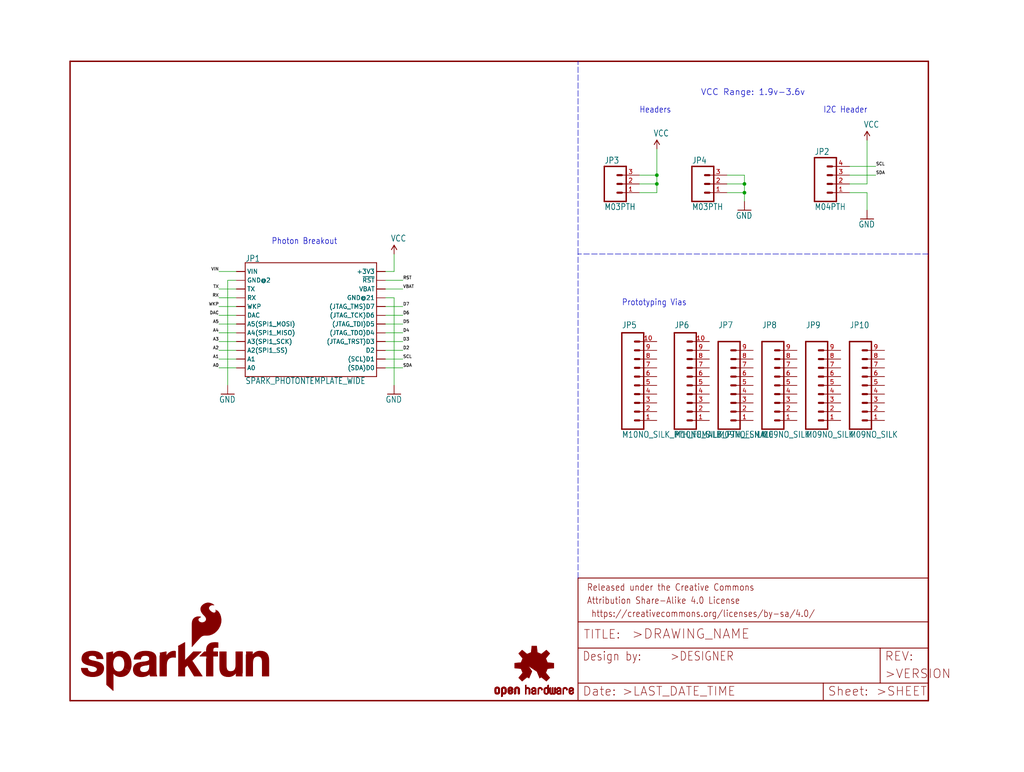
<source format=kicad_sch>
(kicad_sch (version 20211123) (generator eeschema)
  (paper "User" 297.002 223.926)
  (lib_symbols
    (symbol "eagleSchem-eagle-import:FRAME-LETTER"
      (symbol "FRAME-LETTER_2_0"
        (text " https://creativecommons.org/licenses/by-sa/4.0/" (at 2.54 24.13 0) (effects (font (size 1.9304 1.6408)) (justify left bottom)))
        (text ">DESIGNER" (at 26.67 11.43 0) (effects (font (size 2.54 2.159)) (justify left bottom)))
        (text ">DRAWING_NAME" (at 15.494 17.78 0) (effects (font (size 2.7432 2.7432)) (justify left bottom)))
        (text ">LAST_DATE_TIME" (at 12.7 1.27 0) (effects (font (size 2.54 2.54)) (justify left bottom)))
        (text ">SHEET" (at 86.36 1.27 0) (effects (font (size 2.54 2.54)) (justify left bottom)))
        (text ">VERSION" (at 88.9 6.35 0) (effects (font (size 2.54 2.54)) (justify left bottom)))
        (text "Attribution Share-Alike 4.0 License" (at 2.54 27.94 0) (effects (font (size 1.9304 1.6408)) (justify left bottom)))
        (text "Date:" (at 1.27 1.27 0) (effects (font (size 2.54 2.54)) (justify left bottom)))
        (text "Design by:" (at 1.27 11.43 0) (effects (font (size 2.54 2.159)) (justify left bottom)))
        (text "Released under the Creative Commons" (at 2.54 31.75 0) (effects (font (size 1.9304 1.6408)) (justify left bottom)))
        (text "REV:" (at 88.9 11.43 0) (effects (font (size 2.54 2.54)) (justify left bottom)))
        (text "Sheet:" (at 72.39 1.27 0) (effects (font (size 2.54 2.54)) (justify left bottom)))
        (text "TITLE:" (at 1.524 17.78 0) (effects (font (size 2.54 2.54)) (justify left bottom)))
      )
    )
    (symbol "eagleSchem-eagle-import:GND" (power)
      (property "Value" "GND" (at -2.54 -2.54 0))
      (symbol "GND_1_0"
        (pin power_in line (at 0 2.54 270) (length 2.54) (name "GND") (number "1"))
      )
    )
    (symbol "eagleSchem-eagle-import:M03PTH"
      (property "Reference" "JP" (at -2.54 5.842 0))
      (property "Value" "M03PTH" (at -2.54 -7.62 0))
      (symbol "M03PTH_1_0"
        (pin passive line (at 7.62 -2.54 180) (length 5.08) (name "1") (number "1"))
        (pin passive line (at 7.62 0 180) (length 5.08) (name "2") (number "2"))
        (pin passive line (at 7.62 2.54 180) (length 5.08) (name "3") (number "3"))
      )
    )
    (symbol "eagleSchem-eagle-import:M04PTH"
      (property "Reference" "JP" (at -5.08 8.382 0))
      (property "Value" "M04PTH" (at -5.08 -7.62 0))
      (symbol "M04PTH_1_0"
        (pin passive line (at 5.08 -2.54 180) (length 5.08) (name "1") (number "1"))
        (pin passive line (at 5.08 0 180) (length 5.08) (name "2") (number "2"))
        (pin passive line (at 5.08 2.54 180) (length 5.08) (name "3") (number "3"))
        (pin passive line (at 5.08 5.08 180) (length 5.08) (name "4") (number "4"))
      )
    )
    (symbol "eagleSchem-eagle-import:M09NO_SILK"
      (property "Reference" "JP" (at 0 16.51 0))
      (property "Value" "M09NO_SILK" (at 0 -15.24 0))
      (symbol "M09NO_SILK_1_0"
        (pin passive line (at 10.16 -10.16 180) (length 5.08) (name "1") (number "1"))
        (pin passive line (at 10.16 -7.62 180) (length 5.08) (name "2") (number "2"))
        (pin passive line (at 10.16 -5.08 180) (length 5.08) (name "3") (number "3"))
        (pin passive line (at 10.16 -2.54 180) (length 5.08) (name "4") (number "4"))
        (pin passive line (at 10.16 0 180) (length 5.08) (name "5") (number "5"))
        (pin passive line (at 10.16 2.54 180) (length 5.08) (name "6") (number "6"))
        (pin passive line (at 10.16 5.08 180) (length 5.08) (name "7") (number "7"))
        (pin passive line (at 10.16 7.62 180) (length 5.08) (name "8") (number "8"))
        (pin passive line (at 10.16 10.16 180) (length 5.08) (name "9") (number "9"))
      )
    )
    (symbol "eagleSchem-eagle-import:M10NO_SILK_PTH_FEMALE"
      (property "Reference" "JP" (at 0 8.89 0))
      (property "Value" "M10NO_SILK_PTH_FEMALE" (at 0 -22.86 0))
      (symbol "M10NO_SILK_PTH_FEMALE_1_0"
        (pin passive line (at 10.16 -17.78 180) (length 5.08) (name "1") (number "1"))
        (pin passive line (at 10.16 5.08 180) (length 5.08) (name "10") (number "10"))
        (pin passive line (at 10.16 -15.24 180) (length 5.08) (name "2") (number "2"))
        (pin passive line (at 10.16 -12.7 180) (length 5.08) (name "3") (number "3"))
        (pin passive line (at 10.16 -10.16 180) (length 5.08) (name "4") (number "4"))
        (pin passive line (at 10.16 -7.62 180) (length 5.08) (name "5") (number "5"))
        (pin passive line (at 10.16 -5.08 180) (length 5.08) (name "6") (number "6"))
        (pin passive line (at 10.16 -2.54 180) (length 5.08) (name "7") (number "7"))
        (pin passive line (at 10.16 0 180) (length 5.08) (name "8") (number "8"))
        (pin passive line (at 10.16 2.54 180) (length 5.08) (name "9") (number "9"))
      )
    )
    (symbol "eagleSchem-eagle-import:OSHW-LOGOS")
    (symbol "eagleSchem-eagle-import:SFE_LOGO_NAME_FLAME.1_INCH")
    (symbol "eagleSchem-eagle-import:SPARK_PHOTONTEMPLATE_WIDE"
      (property "Reference" "JP" (at -20.32 18.034 0))
      (property "Value" "SPARK_PHOTONTEMPLATE_WIDE" (at -20.32 -15.494 0))
      (symbol "SPARK_PHOTONTEMPLATE_WIDE_1_0"
        (pin bidirectional line (at -22.86 15.24 0) (length 2.54) (name "VIN") (number "1"))
        (pin bidirectional line (at -22.86 -7.62 0) (length 2.54) (name "A2(SPI1_SS)") (number "10"))
        (pin bidirectional line (at -22.86 -10.16 0) (length 2.54) (name "A1") (number "11"))
        (pin bidirectional line (at -22.86 -12.7 0) (length 2.54) (name "A0") (number "12"))
        (pin bidirectional line (at 20.32 -12.7 180) (length 2.54) (name "(SDA)D0") (number "13"))
        (pin bidirectional line (at 20.32 -10.16 180) (length 2.54) (name "(SCL)D1") (number "14"))
        (pin bidirectional line (at 20.32 -7.62 180) (length 2.54) (name "D2") (number "15"))
        (pin bidirectional line (at 20.32 -5.08 180) (length 2.54) (name "(JTAG_TRST)D3") (number "16"))
        (pin bidirectional line (at 20.32 -2.54 180) (length 2.54) (name "(JTAG_TDO)D4") (number "17"))
        (pin bidirectional line (at 20.32 0 180) (length 2.54) (name "(JTAG_TDI)D5") (number "18"))
        (pin bidirectional line (at 20.32 2.54 180) (length 2.54) (name "(JTAG_TCK)D6") (number "19"))
        (pin bidirectional line (at -22.86 12.7 0) (length 2.54) (name "GND@2") (number "2"))
        (pin bidirectional line (at 20.32 5.08 180) (length 2.54) (name "(JTAG_TMS)D7") (number "20"))
        (pin bidirectional line (at 20.32 7.62 180) (length 2.54) (name "GND@21") (number "21"))
        (pin bidirectional line (at 20.32 10.16 180) (length 2.54) (name "VBAT") (number "22"))
        (pin bidirectional line (at 20.32 12.7 180) (length 2.54) (name "~{RST}") (number "23"))
        (pin bidirectional line (at 20.32 15.24 180) (length 2.54) (name "+3V3") (number "24"))
        (pin bidirectional line (at -22.86 10.16 0) (length 2.54) (name "TX") (number "3"))
        (pin bidirectional line (at 20.32 15.24 180) (length 2.54) (name "+3V3") (number "3V3"))
        (pin bidirectional line (at -22.86 7.62 0) (length 2.54) (name "RX") (number "4"))
        (pin bidirectional line (at -22.86 5.08 0) (length 2.54) (name "WKP") (number "5"))
        (pin bidirectional line (at -22.86 2.54 0) (length 2.54) (name "DAC") (number "6"))
        (pin bidirectional line (at -22.86 0 0) (length 2.54) (name "A5(SPI1_MOSI)") (number "7"))
        (pin bidirectional line (at -22.86 -2.54 0) (length 2.54) (name "A4(SPI1_MISO)") (number "8"))
        (pin bidirectional line (at -22.86 -5.08 0) (length 2.54) (name "A3(SPI1_SCK)") (number "9"))
        (pin bidirectional line (at -22.86 -12.7 0) (length 2.54) (name "A0") (number "A0"))
        (pin bidirectional line (at -22.86 -10.16 0) (length 2.54) (name "A1") (number "A1"))
        (pin bidirectional line (at -22.86 -7.62 0) (length 2.54) (name "A2(SPI1_SS)") (number "A2"))
        (pin bidirectional line (at -22.86 -5.08 0) (length 2.54) (name "A3(SPI1_SCK)") (number "A3"))
        (pin bidirectional line (at -22.86 -2.54 0) (length 2.54) (name "A4(SPI1_MISO)") (number "A4"))
        (pin bidirectional line (at -22.86 0 0) (length 2.54) (name "A5(SPI1_MOSI)") (number "A5"))
        (pin bidirectional line (at 20.32 -12.7 180) (length 2.54) (name "(SDA)D0") (number "D0"))
        (pin bidirectional line (at 20.32 -10.16 180) (length 2.54) (name "(SCL)D1") (number "D1"))
        (pin bidirectional line (at 20.32 -7.62 180) (length 2.54) (name "D2") (number "D2"))
        (pin bidirectional line (at 20.32 -5.08 180) (length 2.54) (name "(JTAG_TRST)D3") (number "D3"))
        (pin bidirectional line (at 20.32 -2.54 180) (length 2.54) (name "(JTAG_TDO)D4") (number "D4"))
        (pin bidirectional line (at 20.32 0 180) (length 2.54) (name "(JTAG_TDI)D5") (number "D5"))
        (pin bidirectional line (at 20.32 2.54 180) (length 2.54) (name "(JTAG_TCK)D6") (number "D6"))
        (pin bidirectional line (at 20.32 5.08 180) (length 2.54) (name "(JTAG_TMS)D7") (number "D7"))
        (pin bidirectional line (at -22.86 2.54 0) (length 2.54) (name "DAC") (number "DAC"))
        (pin bidirectional line (at -22.86 12.7 0) (length 2.54) (name "GND@2") (number "GND@0"))
        (pin bidirectional line (at 20.32 7.62 180) (length 2.54) (name "GND@21") (number "GND@2"))
        (pin bidirectional line (at 20.32 12.7 180) (length 2.54) (name "~{RST}") (number "RST"))
        (pin bidirectional line (at -22.86 7.62 0) (length 2.54) (name "RX") (number "RX"))
        (pin bidirectional line (at -22.86 10.16 0) (length 2.54) (name "TX") (number "TX"))
        (pin bidirectional line (at 20.32 10.16 180) (length 2.54) (name "VBAT") (number "VBAT"))
        (pin bidirectional line (at -22.86 15.24 0) (length 2.54) (name "VIN") (number "VIN"))
        (pin bidirectional line (at -22.86 5.08 0) (length 2.54) (name "WKP") (number "WKP"))
      )
    )
    (symbol "eagleSchem-eagle-import:VCC" (power)
      (property "Value" "VCC" (at -1.016 3.556 0))
      (symbol "VCC_1_0"
        (pin power_in line (at 0 0 90) (length 2.54) (name "VCC") (number "1"))
      )
    )
  )
  (junction (at 190.5 53.34))
  (junction (at 215.9 53.34))
  (junction (at 215.9 55.88))
  (junction (at 190.5 50.8))
  (wire (pts (xy 68.58 81.28) (xy 66.04 81.28)))
  (wire (pts (xy 111.76 104.14) (xy 116.84 104.14)))
  (wire (pts (xy 190.5 53.34) (xy 190.5 55.88)))
  (wire (pts (xy 111.76 91.44) (xy 116.84 91.44)))
  (wire (pts (xy 190.5 50.8) (xy 190.5 53.34)))
  (wire (pts (xy 185.42 50.8) (xy 190.5 50.8)))
  (wire (pts (xy 68.58 104.14) (xy 63.5 104.14)))
  (wire (pts (xy 111.76 81.28) (xy 116.84 81.28)))
  (wire (pts (xy 66.04 81.28) (xy 66.04 111.76)))
  (wire (pts (xy 111.76 101.6) (xy 116.84 101.6)))
  (wire (pts (xy 114.3 78.74) (xy 114.3 73.66)))
  (wire (pts (xy 68.58 83.82) (xy 63.5 83.82)))
  (wire (pts (xy 68.58 96.52) (xy 63.5 96.52)))
  (wire (pts (xy 215.9 53.34) (xy 215.9 50.8)))
  (wire (pts (xy 251.46 55.88) (xy 251.46 60.96)))
  (wire (pts (xy 68.58 99.06) (xy 63.5 99.06)))
  (wire (pts (xy 111.76 83.82) (xy 116.84 83.82)))
  (wire (pts (xy 111.76 86.36) (xy 114.3 86.36)))
  (wire (pts (xy 215.9 55.88) (xy 215.9 53.34)))
  (wire (pts (xy 190.5 43.18) (xy 190.5 50.8)))
  (wire (pts (xy 246.38 53.34) (xy 251.46 53.34)))
  (wire (pts (xy 246.38 55.88) (xy 251.46 55.88)))
  (wire (pts (xy 68.58 93.98) (xy 63.5 93.98)))
  (wire (pts (xy 68.58 78.74) (xy 63.5 78.74)))
  (wire (pts (xy 68.58 88.9) (xy 63.5 88.9)))
  (wire (pts (xy 68.58 101.6) (xy 63.5 101.6)))
  (wire (pts (xy 68.58 86.36) (xy 63.5 86.36)))
  (wire (pts (xy 111.76 88.9) (xy 116.84 88.9)))
  (wire (pts (xy 111.76 96.52) (xy 116.84 96.52)))
  (polyline (pts (xy 269.24 73.66) (xy 167.64 73.66)))
  (wire (pts (xy 210.82 50.8) (xy 215.9 50.8)))
  (polyline (pts (xy 167.64 73.66) (xy 167.64 17.78)))
  (wire (pts (xy 111.76 93.98) (xy 116.84 93.98)))
  (wire (pts (xy 185.42 53.34) (xy 190.5 53.34)))
  (wire (pts (xy 246.38 48.26) (xy 254 48.26)))
  (wire (pts (xy 190.5 55.88) (xy 185.42 55.88)))
  (polyline (pts (xy 167.64 167.64) (xy 167.64 73.66)))
  (wire (pts (xy 111.76 78.74) (xy 114.3 78.74)))
  (wire (pts (xy 111.76 99.06) (xy 116.84 99.06)))
  (wire (pts (xy 111.76 106.68) (xy 116.84 106.68)))
  (wire (pts (xy 246.38 50.8) (xy 254 50.8)))
  (wire (pts (xy 251.46 53.34) (xy 251.46 40.64)))
  (wire (pts (xy 210.82 53.34) (xy 215.9 53.34)))
  (wire (pts (xy 68.58 91.44) (xy 63.5 91.44)))
  (wire (pts (xy 210.82 55.88) (xy 215.9 55.88)))
  (wire (pts (xy 215.9 55.88) (xy 215.9 58.42)))
  (wire (pts (xy 114.3 86.36) (xy 114.3 111.76)))
  (wire (pts (xy 68.58 106.68) (xy 63.5 106.68)))
  (text "Photon Breakout" (at 78.74 71.12 180) (effects (font (size 1.778 1.5113)) (justify left bottom)))
  (text "Headers" (at 185.42 33.02 180) (effects (font (size 1.778 1.5113)) (justify left bottom)))
  (text "Prototyping Vias" (at 180.34 88.9 180) (effects (font (size 1.778 1.5113)) (justify left bottom)))
  (text "VCC Range: 1.9v-3.6v" (at 203.2 27.94 180) (effects (font (size 1.778 1.778)) (justify left bottom)))
  (text "I2C Header" (at 238.76 33.02 180) (effects (font (size 1.778 1.5113)) (justify left bottom)))
  (label "WKP" (at 63.5 88.9 180) (effects (font (size 0.889 0.889))))
  (label "SCL" (at 116.84 104.14 0) (effects (font (size 0.889 0.889))))
  (label "A4" (at 63.5 96.52 180) (effects (font (size 0.889 0.889))))
  (label "TX" (at 63.5 83.82 180) (effects (font (size 0.889 0.889))))
  (label "D5" (at 116.84 93.98 0) (effects (font (size 0.889 0.889))))
  (label "DAC" (at 63.5 91.44 180) (effects (font (size 0.889 0.889))))
  (label "D4" (at 116.84 96.52 0) (effects (font (size 0.889 0.889))))
  (label "SCL" (at 254 48.26 0) (effects (font (size 0.889 0.889))))
  (label "A0" (at 63.5 106.68 180) (effects (font (size 0.889 0.889))))
  (label "RST" (at 116.84 81.28 0) (effects (font (size 0.889 0.889))))
  (label "RX" (at 63.5 86.36 180) (effects (font (size 0.889 0.889))))
  (label "D3" (at 116.84 99.06 0) (effects (font (size 0.889 0.889))))
  (label "SDA" (at 116.84 106.68 0) (effects (font (size 0.889 0.889))))
  (label "D6" (at 116.84 91.44 0) (effects (font (size 0.889 0.889))))
  (label "A3" (at 63.5 99.06 180) (effects (font (size 0.889 0.889))))
  (label "D2" (at 116.84 101.6 0) (effects (font (size 0.889 0.889))))
  (label "A2" (at 63.5 101.6 180) (effects (font (size 0.889 0.889))))
  (label "A5" (at 63.5 93.98 180) (effects (font (size 0.889 0.889))))
  (label "D7" (at 116.84 88.9 0) (effects (font (size 0.889 0.889))))
  (label "VBAT" (at 116.84 83.82 0) (effects (font (size 0.889 0.889))))
  (label "VIN" (at 63.5 78.74 180) (effects (font (size 0.889 0.889))))
  (label "SDA" (at 254 50.8 0) (effects (font (size 0.889 0.889))))
  (label "A1" (at 63.5 104.14 180) (effects (font (size 0.889 0.889))))
  (symbol (lib_id "eagleSchem-eagle-import:M09NO_SILK") (at 233.68 111.76 0) (unit 1)
    (property "Reference" "JP9" (at 233.68 95.25 0) (effects (font (size 1.778 1.5113)) (justify left bottom)))
    (property "Value" "M09NO_SILK" (at 233.68 127 0) (effects (font (size 1.778 1.5113)) (justify left bottom)))
    (property "Footprint" "eagleSchem:1X09_NO_SILK" (effects hide))
  )
  (symbol (lib_id "eagleSchem-eagle-import:M10NO_SILK_PTH_FEMALE") (at 180.34 104.14 0) (unit 1)
    (property "Reference" "JP5" (at 180.34 95.25 0) (effects (font (size 1.778 1.5113)) (justify left bottom)))
    (property "Value" "M10NO_SILK_PTH_FEMALE" (at 180.34 127 0) (effects (font (size 1.778 1.5113)) (justify left bottom)))
    (property "Footprint" "eagleSchem:1X10_NO_SILK" (effects hide))
  )
  (symbol (lib_id "eagleSchem-eagle-import:SPARK_PHOTONTEMPLATE_WIDE") (at 91.44 93.98 0) (unit 1)
    (property "Reference" "JP1" (at 71.12 75.946 0) (effects (font (size 1.778 1.5113)) (justify left bottom)))
    (property "Value" "SPARK_PHOTONTEMPLATE_WIDE" (at 71.12 109.474 0) (effects (font (size 1.778 1.5113)) (justify left top)))
    (property "Footprint" "eagleSchem:SPARK_PHOTON_TEMPLATE_WIDE" (effects hide))
  )
  (symbol (lib_id "eagleSchem-eagle-import:GND") (at 66.04 114.3 0) (unit 1)
    (property "Reference" "#GND1" (effects hide))
    (property "Value" "GND" (at 63.5 116.84 0) (effects (font (size 1.778 1.5113)) (justify left bottom)))
    (property "Footprint" "eagleSchem:" (effects hide))
  )
  (symbol (lib_id "eagleSchem-eagle-import:OSHW-LOGOS") (at 154.94 193.04 0) (unit 1)
    (property "Reference" "LOGO2" (effects hide))
    (property "Value" "OSHW-LOGOS" (effects hide))
    (property "Footprint" "eagleSchem:OSHW-LOGO-S" (effects hide))
  )
  (symbol (lib_id "eagleSchem-eagle-import:M03PTH") (at 177.8 53.34 0) (unit 1)
    (property "Reference" "JP3" (at 175.26 47.498 0) (effects (font (size 1.778 1.5113)) (justify left bottom)))
    (property "Value" "M03PTH" (at 175.26 60.96 0) (effects (font (size 1.778 1.5113)) (justify left bottom)))
    (property "Footprint" "eagleSchem:1X03" (effects hide))
  )
  (symbol (lib_id "eagleSchem-eagle-import:VCC") (at 251.46 40.64 0) (unit 1)
    (property "Reference" "#SUPPLY1" (effects hide))
    (property "Value" "VCC" (at 250.444 37.084 0) (effects (font (size 1.778 1.5113)) (justify left bottom)))
    (property "Footprint" "eagleSchem:" (effects hide))
  )
  (symbol (lib_id "eagleSchem-eagle-import:M03PTH") (at 203.2 53.34 0) (unit 1)
    (property "Reference" "JP4" (at 200.66 47.498 0) (effects (font (size 1.778 1.5113)) (justify left bottom)))
    (property "Value" "M03PTH" (at 200.66 60.96 0) (effects (font (size 1.778 1.5113)) (justify left bottom)))
    (property "Footprint" "eagleSchem:1X03" (effects hide))
  )
  (symbol (lib_id "eagleSchem-eagle-import:GND") (at 215.9 60.96 0) (unit 1)
    (property "Reference" "#GND3" (effects hide))
    (property "Value" "GND" (at 213.36 63.5 0) (effects (font (size 1.778 1.5113)) (justify left bottom)))
    (property "Footprint" "eagleSchem:" (effects hide))
  )
  (symbol (lib_id "eagleSchem-eagle-import:VCC") (at 190.5 43.18 0) (unit 1)
    (property "Reference" "#SUPPLY2" (effects hide))
    (property "Value" "VCC" (at 189.484 39.624 0) (effects (font (size 1.778 1.5113)) (justify left bottom)))
    (property "Footprint" "eagleSchem:" (effects hide))
  )
  (symbol (lib_id "eagleSchem-eagle-import:M04PTH") (at 241.3 53.34 0) (unit 1)
    (property "Reference" "JP2" (at 236.22 44.958 0) (effects (font (size 1.778 1.5113)) (justify left bottom)))
    (property "Value" "M04PTH" (at 236.22 60.96 0) (effects (font (size 1.778 1.5113)) (justify left bottom)))
    (property "Footprint" "eagleSchem:1X04" (effects hide))
  )
  (symbol (lib_id "eagleSchem-eagle-import:M10NO_SILK_PTH_FEMALE") (at 195.58 104.14 0) (unit 1)
    (property "Reference" "JP6" (at 195.58 95.25 0) (effects (font (size 1.778 1.5113)) (justify left bottom)))
    (property "Value" "M10NO_SILK_PTH_FEMALE" (at 195.58 127 0) (effects (font (size 1.778 1.5113)) (justify left bottom)))
    (property "Footprint" "eagleSchem:1X10_NO_SILK" (effects hide))
  )
  (symbol (lib_id "eagleSchem-eagle-import:VCC") (at 114.3 73.66 0) (unit 1)
    (property "Reference" "#SUPPLY3" (effects hide))
    (property "Value" "VCC" (at 113.284 70.104 0) (effects (font (size 1.778 1.5113)) (justify left bottom)))
    (property "Footprint" "eagleSchem:" (effects hide))
  )
  (symbol (lib_id "eagleSchem-eagle-import:M09NO_SILK") (at 208.28 111.76 0) (unit 1)
    (property "Reference" "JP7" (at 208.28 95.25 0) (effects (font (size 1.778 1.5113)) (justify left bottom)))
    (property "Value" "M09NO_SILK" (at 208.28 127 0) (effects (font (size 1.778 1.5113)) (justify left bottom)))
    (property "Footprint" "eagleSchem:1X09_NO_SILK" (effects hide))
  )
  (symbol (lib_id "eagleSchem-eagle-import:GND") (at 114.3 114.3 0) (unit 1)
    (property "Reference" "#GND2" (effects hide))
    (property "Value" "GND" (at 111.76 116.84 0) (effects (font (size 1.778 1.5113)) (justify left bottom)))
    (property "Footprint" "eagleSchem:" (effects hide))
  )
  (symbol (lib_id "eagleSchem-eagle-import:FRAME-LETTER") (at 20.32 203.2 0) (unit 1)
    (property "Reference" "FRAME1" (effects hide))
    (property "Value" "FRAME-LETTER" (effects hide))
    (property "Footprint" "eagleSchem:CREATIVE_COMMONS" (effects hide))
    (property "Value" "FRAME-LETTER" (effects hide))
    (property "Value" "FRAME-LETTER" (effects hide))
  )
  (symbol (lib_id "eagleSchem-eagle-import:SFE_LOGO_NAME_FLAME.1_INCH") (at 22.86 200.66 0) (unit 1)
    (property "Reference" "LOGO1" (effects hide))
    (property "Value" "SFE_LOGO_NAME_FLAME.1_INCH" (effects hide))
    (property "Footprint" "eagleSchem:SFE_LOGO_NAME_FLAME_.1" (effects hide))
  )
  (symbol (lib_id "eagleSchem-eagle-import:FRAME-LETTER") (at 167.64 203.2 0) (unit 2)
    (property "Reference" "FRAME1" (effects hide))
    (property "Value" "FRAME-LETTER" (effects hide))
    (property "Footprint" "eagleSchem:CREATIVE_COMMONS" (effects hide))
    (property "Value" "FRAME-LETTER" (effects hide))
    (property "Value" "FRAME-LETTER" (effects hide))
  )
  (symbol (lib_id "eagleSchem-eagle-import:GND") (at 251.46 63.5 0) (unit 1)
    (property "Reference" "#GND4" (effects hide))
    (property "Value" "GND" (at 248.92 66.04 0) (effects (font (size 1.778 1.5113)) (justify left bottom)))
    (property "Footprint" "eagleSchem:" (effects hide))
  )
  (symbol (lib_id "eagleSchem-eagle-import:M09NO_SILK") (at 220.98 111.76 0) (unit 1)
    (property "Reference" "JP8" (at 220.98 95.25 0) (effects (font (size 1.778 1.5113)) (justify left bottom)))
    (property "Value" "M09NO_SILK" (at 220.98 127 0) (effects (font (size 1.778 1.5113)) (justify left bottom)))
    (property "Footprint" "eagleSchem:1X09_NO_SILK" (effects hide))
  )
  (symbol (lib_id "eagleSchem-eagle-import:M09NO_SILK") (at 246.38 111.76 0) (unit 1)
    (property "Reference" "JP10" (at 246.38 95.25 0) (effects (font (size 1.778 1.5113)) (justify left bottom)))
    (property "Value" "M09NO_SILK" (at 246.38 127 0) (effects (font (size 1.778 1.5113)) (justify left bottom)))
    (property "Footprint" "eagleSchem:1X09_NO_SILK" (effects hide))
  )
)
</source>
